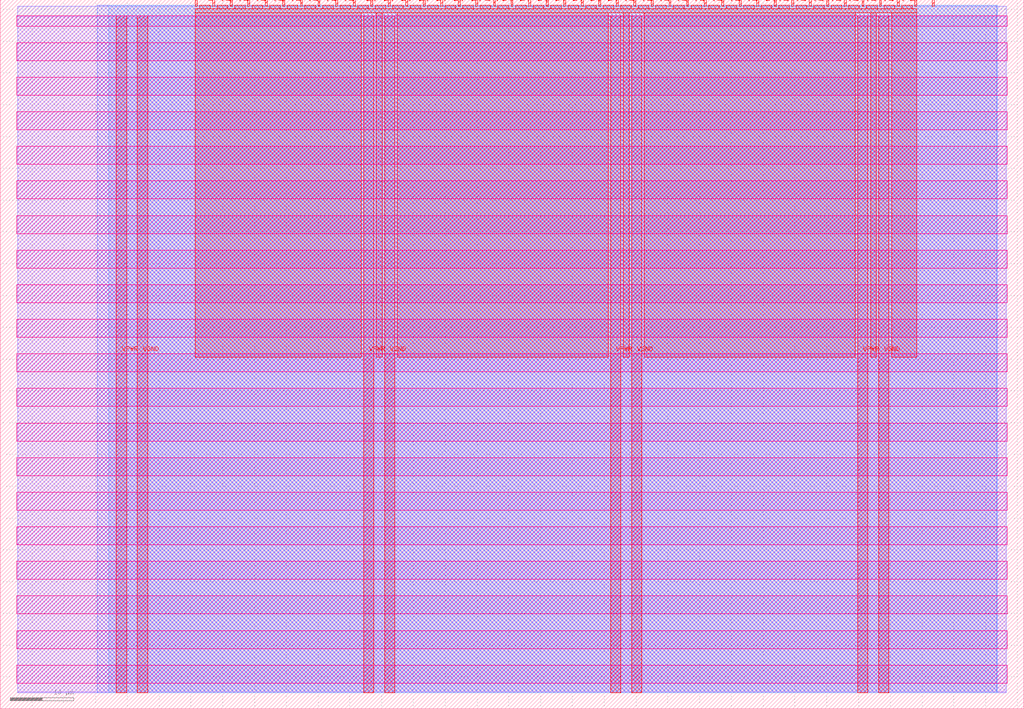
<source format=lef>
VERSION 5.7 ;
  NOWIREEXTENSIONATPIN ON ;
  DIVIDERCHAR "/" ;
  BUSBITCHARS "[]" ;
MACRO tt_um_rebeccargb_universal_decoder
  CLASS BLOCK ;
  FOREIGN tt_um_rebeccargb_universal_decoder ;
  ORIGIN 0.000 0.000 ;
  SIZE 161.000 BY 111.520 ;
  PIN VGND
    DIRECTION INOUT ;
    USE GROUND ;
    PORT
      LAYER met4 ;
        RECT 21.580 2.480 23.180 109.040 ;
    END
    PORT
      LAYER met4 ;
        RECT 60.450 2.480 62.050 109.040 ;
    END
    PORT
      LAYER met4 ;
        RECT 99.320 2.480 100.920 109.040 ;
    END
    PORT
      LAYER met4 ;
        RECT 138.190 2.480 139.790 109.040 ;
    END
  END VGND
  PIN VPWR
    DIRECTION INOUT ;
    USE POWER ;
    PORT
      LAYER met4 ;
        RECT 18.280 2.480 19.880 109.040 ;
    END
    PORT
      LAYER met4 ;
        RECT 57.150 2.480 58.750 109.040 ;
    END
    PORT
      LAYER met4 ;
        RECT 96.020 2.480 97.620 109.040 ;
    END
    PORT
      LAYER met4 ;
        RECT 134.890 2.480 136.490 109.040 ;
    END
  END VPWR
  PIN clk
    DIRECTION INPUT ;
    USE SIGNAL ;
    PORT
      LAYER met4 ;
        RECT 143.830 110.520 144.130 111.520 ;
    END
  END clk
  PIN ena
    DIRECTION INPUT ;
    USE SIGNAL ;
    PORT
      LAYER met4 ;
        RECT 146.590 110.520 146.890 111.520 ;
    END
  END ena
  PIN rst_n
    DIRECTION INPUT ;
    USE SIGNAL ;
    PORT
      LAYER met4 ;
        RECT 141.070 110.520 141.370 111.520 ;
    END
  END rst_n
  PIN ui_in[0]
    DIRECTION INPUT ;
    USE SIGNAL ;
    ANTENNAGATEAREA 0.196500 ;
    PORT
      LAYER met4 ;
        RECT 138.310 110.520 138.610 111.520 ;
    END
  END ui_in[0]
  PIN ui_in[1]
    DIRECTION INPUT ;
    USE SIGNAL ;
    ANTENNAGATEAREA 0.126000 ;
    PORT
      LAYER met4 ;
        RECT 135.550 110.520 135.850 111.520 ;
    END
  END ui_in[1]
  PIN ui_in[2]
    DIRECTION INPUT ;
    USE SIGNAL ;
    ANTENNAGATEAREA 0.196500 ;
    PORT
      LAYER met4 ;
        RECT 132.790 110.520 133.090 111.520 ;
    END
  END ui_in[2]
  PIN ui_in[3]
    DIRECTION INPUT ;
    USE SIGNAL ;
    ANTENNAGATEAREA 0.196500 ;
    PORT
      LAYER met4 ;
        RECT 130.030 110.520 130.330 111.520 ;
    END
  END ui_in[3]
  PIN ui_in[4]
    DIRECTION INPUT ;
    USE SIGNAL ;
    ANTENNAGATEAREA 0.196500 ;
    PORT
      LAYER met4 ;
        RECT 127.270 110.520 127.570 111.520 ;
    END
  END ui_in[4]
  PIN ui_in[5]
    DIRECTION INPUT ;
    USE SIGNAL ;
    ANTENNAGATEAREA 0.196500 ;
    PORT
      LAYER met4 ;
        RECT 124.510 110.520 124.810 111.520 ;
    END
  END ui_in[5]
  PIN ui_in[6]
    DIRECTION INPUT ;
    USE SIGNAL ;
    ANTENNAGATEAREA 0.196500 ;
    PORT
      LAYER met4 ;
        RECT 121.750 110.520 122.050 111.520 ;
    END
  END ui_in[6]
  PIN ui_in[7]
    DIRECTION INPUT ;
    USE SIGNAL ;
    ANTENNAGATEAREA 0.196500 ;
    PORT
      LAYER met4 ;
        RECT 118.990 110.520 119.290 111.520 ;
    END
  END ui_in[7]
  PIN uio_in[0]
    DIRECTION INPUT ;
    USE SIGNAL ;
    ANTENNAGATEAREA 0.196500 ;
    PORT
      LAYER met4 ;
        RECT 116.230 110.520 116.530 111.520 ;
    END
  END uio_in[0]
  PIN uio_in[1]
    DIRECTION INPUT ;
    USE SIGNAL ;
    ANTENNAGATEAREA 0.196500 ;
    PORT
      LAYER met4 ;
        RECT 113.470 110.520 113.770 111.520 ;
    END
  END uio_in[1]
  PIN uio_in[2]
    DIRECTION INPUT ;
    USE SIGNAL ;
    ANTENNAGATEAREA 0.196500 ;
    PORT
      LAYER met4 ;
        RECT 110.710 110.520 111.010 111.520 ;
    END
  END uio_in[2]
  PIN uio_in[3]
    DIRECTION INPUT ;
    USE SIGNAL ;
    ANTENNAGATEAREA 0.196500 ;
    PORT
      LAYER met4 ;
        RECT 107.950 110.520 108.250 111.520 ;
    END
  END uio_in[3]
  PIN uio_in[4]
    DIRECTION INPUT ;
    USE SIGNAL ;
    ANTENNAGATEAREA 0.196500 ;
    PORT
      LAYER met4 ;
        RECT 105.190 110.520 105.490 111.520 ;
    END
  END uio_in[4]
  PIN uio_in[5]
    DIRECTION INPUT ;
    USE SIGNAL ;
    ANTENNAGATEAREA 0.990000 ;
    PORT
      LAYER met4 ;
        RECT 102.430 110.520 102.730 111.520 ;
    END
  END uio_in[5]
  PIN uio_in[6]
    DIRECTION INPUT ;
    USE SIGNAL ;
    ANTENNAGATEAREA 0.196500 ;
    PORT
      LAYER met4 ;
        RECT 99.670 110.520 99.970 111.520 ;
    END
  END uio_in[6]
  PIN uio_in[7]
    DIRECTION INPUT ;
    USE SIGNAL ;
    ANTENNAGATEAREA 0.196500 ;
    PORT
      LAYER met4 ;
        RECT 96.910 110.520 97.210 111.520 ;
    END
  END uio_in[7]
  PIN uio_oe[0]
    DIRECTION OUTPUT ;
    USE SIGNAL ;
    ANTENNADIFFAREA 0.445500 ;
    PORT
      LAYER met4 ;
        RECT 49.990 110.520 50.290 111.520 ;
    END
  END uio_oe[0]
  PIN uio_oe[1]
    DIRECTION OUTPUT ;
    USE SIGNAL ;
    ANTENNADIFFAREA 0.445500 ;
    PORT
      LAYER met4 ;
        RECT 47.230 110.520 47.530 111.520 ;
    END
  END uio_oe[1]
  PIN uio_oe[2]
    DIRECTION OUTPUT ;
    USE SIGNAL ;
    ANTENNADIFFAREA 0.445500 ;
    PORT
      LAYER met4 ;
        RECT 44.470 110.520 44.770 111.520 ;
    END
  END uio_oe[2]
  PIN uio_oe[3]
    DIRECTION OUTPUT ;
    USE SIGNAL ;
    ANTENNADIFFAREA 0.445500 ;
    PORT
      LAYER met4 ;
        RECT 41.710 110.520 42.010 111.520 ;
    END
  END uio_oe[3]
  PIN uio_oe[4]
    DIRECTION OUTPUT ;
    USE SIGNAL ;
    ANTENNADIFFAREA 0.445500 ;
    PORT
      LAYER met4 ;
        RECT 38.950 110.520 39.250 111.520 ;
    END
  END uio_oe[4]
  PIN uio_oe[5]
    DIRECTION OUTPUT ;
    USE SIGNAL ;
    ANTENNADIFFAREA 0.445500 ;
    PORT
      LAYER met4 ;
        RECT 36.190 110.520 36.490 111.520 ;
    END
  END uio_oe[5]
  PIN uio_oe[6]
    DIRECTION OUTPUT ;
    USE SIGNAL ;
    ANTENNADIFFAREA 0.445500 ;
    PORT
      LAYER met4 ;
        RECT 33.430 110.520 33.730 111.520 ;
    END
  END uio_oe[6]
  PIN uio_oe[7]
    DIRECTION OUTPUT ;
    USE SIGNAL ;
    ANTENNADIFFAREA 0.445500 ;
    PORT
      LAYER met4 ;
        RECT 30.670 110.520 30.970 111.520 ;
    END
  END uio_oe[7]
  PIN uio_out[0]
    DIRECTION OUTPUT ;
    USE SIGNAL ;
    ANTENNADIFFAREA 1.288000 ;
    PORT
      LAYER met4 ;
        RECT 72.070 110.520 72.370 111.520 ;
    END
  END uio_out[0]
  PIN uio_out[1]
    DIRECTION OUTPUT ;
    USE SIGNAL ;
    ANTENNADIFFAREA 0.911000 ;
    PORT
      LAYER met4 ;
        RECT 69.310 110.520 69.610 111.520 ;
    END
  END uio_out[1]
  PIN uio_out[2]
    DIRECTION OUTPUT ;
    USE SIGNAL ;
    ANTENNADIFFAREA 0.445500 ;
    PORT
      LAYER met4 ;
        RECT 66.550 110.520 66.850 111.520 ;
    END
  END uio_out[2]
  PIN uio_out[3]
    DIRECTION OUTPUT ;
    USE SIGNAL ;
    ANTENNADIFFAREA 0.445500 ;
    PORT
      LAYER met4 ;
        RECT 63.790 110.520 64.090 111.520 ;
    END
  END uio_out[3]
  PIN uio_out[4]
    DIRECTION OUTPUT ;
    USE SIGNAL ;
    ANTENNADIFFAREA 0.445500 ;
    PORT
      LAYER met4 ;
        RECT 61.030 110.520 61.330 111.520 ;
    END
  END uio_out[4]
  PIN uio_out[5]
    DIRECTION OUTPUT ;
    USE SIGNAL ;
    ANTENNADIFFAREA 0.445500 ;
    PORT
      LAYER met4 ;
        RECT 58.270 110.520 58.570 111.520 ;
    END
  END uio_out[5]
  PIN uio_out[6]
    DIRECTION OUTPUT ;
    USE SIGNAL ;
    ANTENNADIFFAREA 0.445500 ;
    PORT
      LAYER met4 ;
        RECT 55.510 110.520 55.810 111.520 ;
    END
  END uio_out[6]
  PIN uio_out[7]
    DIRECTION OUTPUT ;
    USE SIGNAL ;
    ANTENNADIFFAREA 0.445500 ;
    PORT
      LAYER met4 ;
        RECT 52.750 110.520 53.050 111.520 ;
    END
  END uio_out[7]
  PIN uo_out[0]
    DIRECTION OUTPUT ;
    USE SIGNAL ;
    ANTENNADIFFAREA 1.721000 ;
    PORT
      LAYER met4 ;
        RECT 94.150 110.520 94.450 111.520 ;
    END
  END uo_out[0]
  PIN uo_out[1]
    DIRECTION OUTPUT ;
    USE SIGNAL ;
    ANTENNADIFFAREA 1.721000 ;
    PORT
      LAYER met4 ;
        RECT 91.390 110.520 91.690 111.520 ;
    END
  END uo_out[1]
  PIN uo_out[2]
    DIRECTION OUTPUT ;
    USE SIGNAL ;
    ANTENNADIFFAREA 1.721000 ;
    PORT
      LAYER met4 ;
        RECT 88.630 110.520 88.930 111.520 ;
    END
  END uo_out[2]
  PIN uo_out[3]
    DIRECTION OUTPUT ;
    USE SIGNAL ;
    ANTENNADIFFAREA 1.721000 ;
    PORT
      LAYER met4 ;
        RECT 85.870 110.520 86.170 111.520 ;
    END
  END uo_out[3]
  PIN uo_out[4]
    DIRECTION OUTPUT ;
    USE SIGNAL ;
    ANTENNADIFFAREA 1.721000 ;
    PORT
      LAYER met4 ;
        RECT 83.110 110.520 83.410 111.520 ;
    END
  END uo_out[4]
  PIN uo_out[5]
    DIRECTION OUTPUT ;
    USE SIGNAL ;
    ANTENNADIFFAREA 1.721000 ;
    PORT
      LAYER met4 ;
        RECT 80.350 110.520 80.650 111.520 ;
    END
  END uo_out[5]
  PIN uo_out[6]
    DIRECTION OUTPUT ;
    USE SIGNAL ;
    ANTENNADIFFAREA 1.721000 ;
    PORT
      LAYER met4 ;
        RECT 77.590 110.520 77.890 111.520 ;
    END
  END uo_out[6]
  PIN uo_out[7]
    DIRECTION OUTPUT ;
    USE SIGNAL ;
    ANTENNADIFFAREA 0.891000 ;
    PORT
      LAYER met4 ;
        RECT 74.830 110.520 75.130 111.520 ;
    END
  END uo_out[7]
  OBS
      LAYER nwell ;
        RECT 2.570 107.385 158.430 108.990 ;
        RECT 2.570 101.945 158.430 104.775 ;
        RECT 2.570 96.505 158.430 99.335 ;
        RECT 2.570 91.065 158.430 93.895 ;
        RECT 2.570 85.625 158.430 88.455 ;
        RECT 2.570 80.185 158.430 83.015 ;
        RECT 2.570 74.745 158.430 77.575 ;
        RECT 2.570 69.305 158.430 72.135 ;
        RECT 2.570 63.865 158.430 66.695 ;
        RECT 2.570 58.425 158.430 61.255 ;
        RECT 2.570 52.985 158.430 55.815 ;
        RECT 2.570 47.545 158.430 50.375 ;
        RECT 2.570 42.105 158.430 44.935 ;
        RECT 2.570 36.665 158.430 39.495 ;
        RECT 2.570 31.225 158.430 34.055 ;
        RECT 2.570 25.785 158.430 28.615 ;
        RECT 2.570 20.345 158.430 23.175 ;
        RECT 2.570 14.905 158.430 17.735 ;
        RECT 2.570 9.465 158.430 12.295 ;
        RECT 2.570 4.025 158.430 6.855 ;
      LAYER li1 ;
        RECT 2.760 2.635 158.240 108.885 ;
      LAYER met1 ;
        RECT 2.760 2.480 158.240 110.460 ;
      LAYER met2 ;
        RECT 15.280 2.535 156.770 110.685 ;
      LAYER met3 ;
        RECT 17.085 2.555 156.795 110.665 ;
      LAYER met4 ;
        RECT 31.370 110.120 33.030 110.665 ;
        RECT 34.130 110.120 35.790 110.665 ;
        RECT 36.890 110.120 38.550 110.665 ;
        RECT 39.650 110.120 41.310 110.665 ;
        RECT 42.410 110.120 44.070 110.665 ;
        RECT 45.170 110.120 46.830 110.665 ;
        RECT 47.930 110.120 49.590 110.665 ;
        RECT 50.690 110.120 52.350 110.665 ;
        RECT 53.450 110.120 55.110 110.665 ;
        RECT 56.210 110.120 57.870 110.665 ;
        RECT 58.970 110.120 60.630 110.665 ;
        RECT 61.730 110.120 63.390 110.665 ;
        RECT 64.490 110.120 66.150 110.665 ;
        RECT 67.250 110.120 68.910 110.665 ;
        RECT 70.010 110.120 71.670 110.665 ;
        RECT 72.770 110.120 74.430 110.665 ;
        RECT 75.530 110.120 77.190 110.665 ;
        RECT 78.290 110.120 79.950 110.665 ;
        RECT 81.050 110.120 82.710 110.665 ;
        RECT 83.810 110.120 85.470 110.665 ;
        RECT 86.570 110.120 88.230 110.665 ;
        RECT 89.330 110.120 90.990 110.665 ;
        RECT 92.090 110.120 93.750 110.665 ;
        RECT 94.850 110.120 96.510 110.665 ;
        RECT 97.610 110.120 99.270 110.665 ;
        RECT 100.370 110.120 102.030 110.665 ;
        RECT 103.130 110.120 104.790 110.665 ;
        RECT 105.890 110.120 107.550 110.665 ;
        RECT 108.650 110.120 110.310 110.665 ;
        RECT 111.410 110.120 113.070 110.665 ;
        RECT 114.170 110.120 115.830 110.665 ;
        RECT 116.930 110.120 118.590 110.665 ;
        RECT 119.690 110.120 121.350 110.665 ;
        RECT 122.450 110.120 124.110 110.665 ;
        RECT 125.210 110.120 126.870 110.665 ;
        RECT 127.970 110.120 129.630 110.665 ;
        RECT 130.730 110.120 132.390 110.665 ;
        RECT 133.490 110.120 135.150 110.665 ;
        RECT 136.250 110.120 137.910 110.665 ;
        RECT 139.010 110.120 140.670 110.665 ;
        RECT 141.770 110.120 143.430 110.665 ;
        RECT 30.655 109.440 144.145 110.120 ;
        RECT 30.655 55.255 56.750 109.440 ;
        RECT 59.150 55.255 60.050 109.440 ;
        RECT 62.450 55.255 95.620 109.440 ;
        RECT 98.020 55.255 98.920 109.440 ;
        RECT 101.320 55.255 134.490 109.440 ;
        RECT 136.890 55.255 137.790 109.440 ;
        RECT 140.190 55.255 144.145 109.440 ;
  END
END tt_um_rebeccargb_universal_decoder
END LIBRARY


</source>
